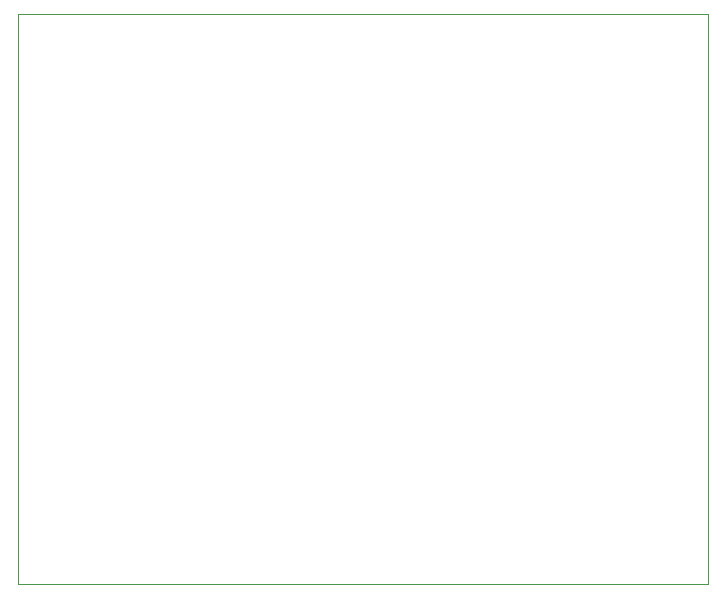
<source format=gbr>
G04 #@! TF.GenerationSoftware,KiCad,Pcbnew,5.1.5-52549c5~86~ubuntu18.04.1*
G04 #@! TF.CreationDate,2020-09-23T16:05:52-05:00*
G04 #@! TF.ProjectId,C08,4330382e-6b69-4636-9164-5f7063625858,rev?*
G04 #@! TF.SameCoordinates,Original*
G04 #@! TF.FileFunction,Profile,NP*
%FSLAX46Y46*%
G04 Gerber Fmt 4.6, Leading zero omitted, Abs format (unit mm)*
G04 Created by KiCad (PCBNEW 5.1.5-52549c5~86~ubuntu18.04.1) date 2020-09-23 16:05:52*
%MOMM*%
%LPD*%
G04 APERTURE LIST*
%ADD10C,0.050000*%
G04 APERTURE END LIST*
D10*
X78420000Y-20000000D02*
X78420000Y-68260000D01*
X20000000Y-68260000D02*
X78420000Y-68260000D01*
X20000000Y-20000000D02*
X78420000Y-20000000D01*
X20000000Y-20000000D02*
X20000000Y-68260000D01*
M02*

</source>
